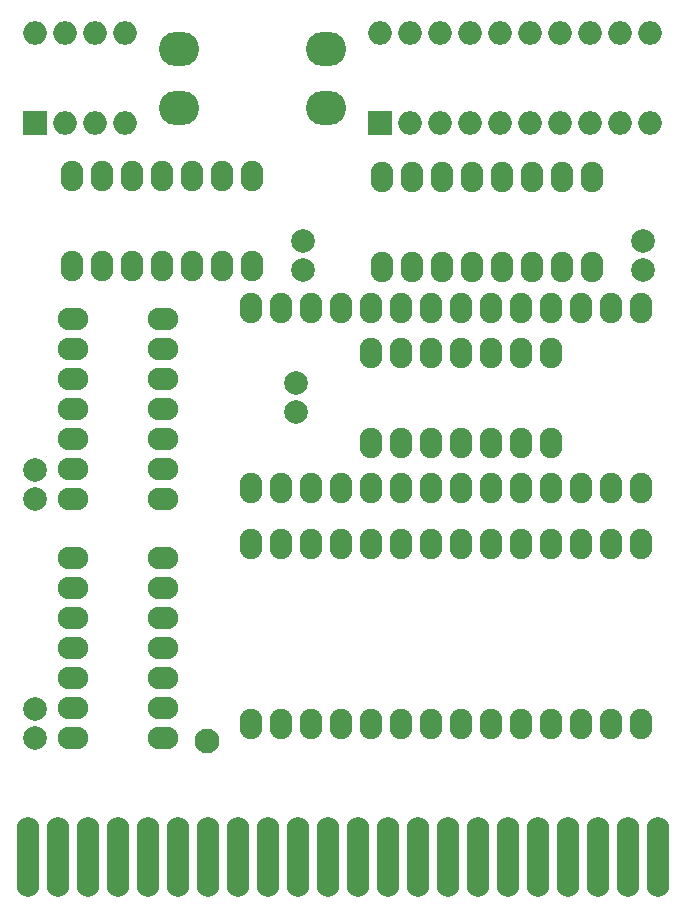
<source format=gts>
G04 #@! TF.GenerationSoftware,KiCad,Pcbnew,(5.0.0-3-g5ebb6b6)*
G04 #@! TF.CreationDate,2019-03-28T16:48:28+01:00*
G04 #@! TF.ProjectId,REX 9628 Extern-Kernel II-8,52455820393632382045787465726E2D,1.01*
G04 #@! TF.SameCoordinates,Original*
G04 #@! TF.FileFunction,Soldermask,Top*
G04 #@! TF.FilePolarity,Negative*
%FSLAX46Y46*%
G04 Gerber Fmt 4.6, Leading zero omitted, Abs format (unit mm)*
G04 Created by KiCad (PCBNEW (5.0.0-3-g5ebb6b6)) date Thursday, 28. March 2019 um 16:48:28*
%MOMM*%
%LPD*%
G01*
G04 APERTURE LIST*
%ADD10C,2.000000*%
%ADD11O,1.924000X6.750000*%
%ADD12O,2.600000X1.900000*%
%ADD13O,1.900000X2.600000*%
%ADD14R,2.000000X2.000000*%
%ADD15O,2.000000X2.000000*%
%ADD16C,2.100000*%
%ADD17O,3.400000X2.900000*%
G04 APERTURE END LIST*
D10*
G04 #@! TO.C,C1*
X121285000Y-112498000D03*
X121285000Y-114998000D03*
G04 #@! TD*
G04 #@! TO.C,C2*
X121285000Y-94742000D03*
X121285000Y-92242000D03*
G04 #@! TD*
G04 #@! TO.C,C3*
X143967000Y-72874500D03*
X143967000Y-75374500D03*
G04 #@! TD*
G04 #@! TO.C,C4*
X172771000Y-75387200D03*
X172771000Y-72887200D03*
G04 #@! TD*
G04 #@! TO.C,C5*
X143358000Y-84912200D03*
X143358000Y-87412200D03*
G04 #@! TD*
D11*
G04 #@! TO.C,CN1*
X146050000Y-125069600D03*
X148590000Y-125069600D03*
X151130000Y-125069600D03*
X153670000Y-125069600D03*
X156210000Y-125069600D03*
X158750000Y-125069600D03*
X161290000Y-125069600D03*
X163830000Y-125069600D03*
X166370000Y-125069600D03*
X168910000Y-125069600D03*
X171450000Y-125069600D03*
X173990000Y-125069600D03*
X143510000Y-125069600D03*
X140970000Y-125069600D03*
X138430000Y-125069600D03*
X135890000Y-125069600D03*
X133350000Y-125069600D03*
X130810000Y-125069600D03*
X128270000Y-125069600D03*
X125730000Y-125069600D03*
X123190000Y-125069600D03*
X120650000Y-125069600D03*
G04 #@! TD*
D12*
G04 #@! TO.C,IC1*
X124460000Y-114998000D03*
X124460000Y-112458000D03*
X124460000Y-109918000D03*
X124460000Y-107378000D03*
X124460000Y-104838000D03*
X124460000Y-102298000D03*
X124460000Y-99758000D03*
X132080000Y-99758000D03*
X132080000Y-102298000D03*
X132080000Y-104838000D03*
X132080000Y-107378000D03*
X132080000Y-109918000D03*
X132080000Y-112458000D03*
X132080000Y-114998000D03*
G04 #@! TD*
G04 #@! TO.C,IC2*
X132080000Y-94742000D03*
X132080000Y-92202000D03*
X132080000Y-89662000D03*
X132080000Y-87122000D03*
X132080000Y-84582000D03*
X132080000Y-82042000D03*
X132080000Y-79502000D03*
X124460000Y-79502000D03*
X124460000Y-82042000D03*
X124460000Y-84582000D03*
X124460000Y-87122000D03*
X124460000Y-89662000D03*
X124460000Y-92202000D03*
X124460000Y-94742000D03*
G04 #@! TD*
D13*
G04 #@! TO.C,IC3*
X139675000Y-75044300D03*
X137135000Y-75044300D03*
X134595000Y-75044300D03*
X132055000Y-75044300D03*
X129515000Y-75044300D03*
X126975000Y-75044300D03*
X124435000Y-75044300D03*
X124435000Y-67424300D03*
X126975000Y-67424300D03*
X129515000Y-67424300D03*
X132055000Y-67424300D03*
X134595000Y-67424300D03*
X137135000Y-67424300D03*
X139675000Y-67424300D03*
G04 #@! TD*
G04 #@! TO.C,St.1*
X139548000Y-93802200D03*
X142088000Y-93802200D03*
X144628000Y-93802200D03*
X147168000Y-93802200D03*
X149708000Y-93802200D03*
X152248000Y-93802200D03*
X154788000Y-93802200D03*
X157328000Y-93802200D03*
X159868000Y-93802200D03*
X162408000Y-93802200D03*
X164948000Y-93802200D03*
X167488000Y-93802200D03*
X170028000Y-93802200D03*
X172568000Y-93802200D03*
X172568000Y-78562200D03*
X170028000Y-78562200D03*
X167488000Y-78562200D03*
X164948000Y-78562200D03*
X162408000Y-78562200D03*
X159868000Y-78562200D03*
X157328000Y-78562200D03*
X154788000Y-78562200D03*
X152248000Y-78562200D03*
X149708000Y-78562200D03*
X147168000Y-78562200D03*
X144628000Y-78562200D03*
X142088000Y-78562200D03*
X139548000Y-78562200D03*
G04 #@! TD*
G04 #@! TO.C,St.2*
X139573000Y-98552000D03*
X142113000Y-98552000D03*
X144653000Y-98552000D03*
X147193000Y-98552000D03*
X149733000Y-98552000D03*
X152273000Y-98552000D03*
X154813000Y-98552000D03*
X157353000Y-98552000D03*
X159893000Y-98552000D03*
X162433000Y-98552000D03*
X164973000Y-98552000D03*
X167513000Y-98552000D03*
X170053000Y-98552000D03*
X172593000Y-98552000D03*
X172593000Y-113792000D03*
X170053000Y-113792000D03*
X167513000Y-113792000D03*
X164973000Y-113792000D03*
X162433000Y-113792000D03*
X159893000Y-113792000D03*
X157353000Y-113792000D03*
X154813000Y-113792000D03*
X152273000Y-113792000D03*
X149733000Y-113792000D03*
X147193000Y-113792000D03*
X144653000Y-113792000D03*
X142113000Y-113792000D03*
X139573000Y-113792000D03*
G04 #@! TD*
D14*
G04 #@! TO.C,SW1*
X150495000Y-62941200D03*
D15*
X173355000Y-55321200D03*
X153035000Y-62941200D03*
X170815000Y-55321200D03*
X155575000Y-62941200D03*
X168275000Y-55321200D03*
X158115000Y-62941200D03*
X165735000Y-55321200D03*
X160655000Y-62941200D03*
X163195000Y-55321200D03*
X163195000Y-62941200D03*
X160655000Y-55321200D03*
X165735000Y-62941200D03*
X158115000Y-55321200D03*
X168275000Y-62941200D03*
X155575000Y-55321200D03*
X170815000Y-62941200D03*
X153035000Y-55321200D03*
X173355000Y-62941200D03*
X150495000Y-55321200D03*
G04 #@! TD*
D14*
G04 #@! TO.C,SW3*
X121285000Y-62941200D03*
D15*
X128905000Y-55321200D03*
X123825000Y-62941200D03*
X126365000Y-55321200D03*
X126365000Y-62941200D03*
X123825000Y-55321200D03*
X128905000Y-62941200D03*
X121285000Y-55321200D03*
G04 #@! TD*
D16*
G04 #@! TO.C,TP1*
X135826000Y-115252000D03*
G04 #@! TD*
D13*
G04 #@! TO.C,IC4*
X168427000Y-67487800D03*
X165887000Y-67487800D03*
X163347000Y-67487800D03*
X160807000Y-67487800D03*
X158267000Y-67487800D03*
X155727000Y-67487800D03*
X153187000Y-67487800D03*
X150647000Y-67487800D03*
X150647000Y-75107800D03*
X153187000Y-75107800D03*
X155727000Y-75107800D03*
X158267000Y-75107800D03*
X160807000Y-75107800D03*
X163347000Y-75107800D03*
X165887000Y-75107800D03*
X168427000Y-75107800D03*
G04 #@! TD*
G04 #@! TO.C,IC5*
X149708000Y-89992200D03*
X152248000Y-89992200D03*
X154788000Y-89992200D03*
X157328000Y-89992200D03*
X159868000Y-89992200D03*
X162408000Y-89992200D03*
X164948000Y-89992200D03*
X164948000Y-82372200D03*
X162408000Y-82372200D03*
X159868000Y-82372200D03*
X157328000Y-82372200D03*
X154788000Y-82372200D03*
X152248000Y-82372200D03*
X149708000Y-82372200D03*
G04 #@! TD*
D17*
G04 #@! TO.C,SW2*
X133423000Y-61671200D03*
X133423000Y-56671200D03*
X145923000Y-61671200D03*
X145923000Y-56671200D03*
G04 #@! TD*
M02*

</source>
